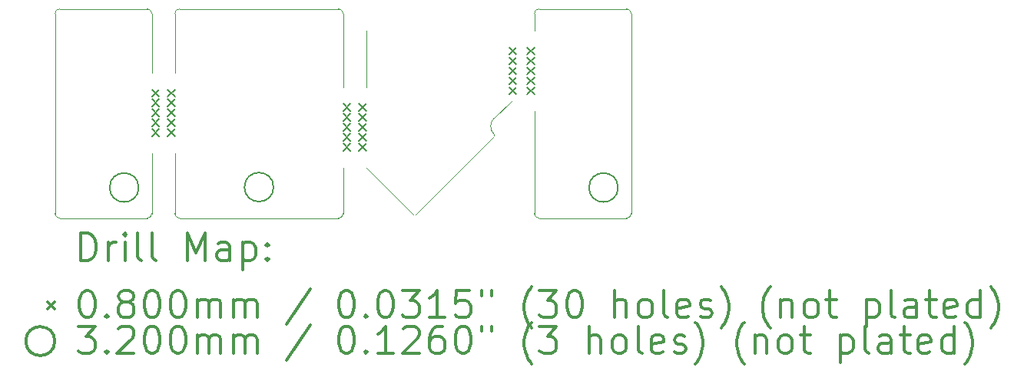
<source format=gbr>
%FSLAX45Y45*%
G04 Gerber Fmt 4.5, Leading zero omitted, Abs format (unit mm)*
G04 Created by KiCad (PCBNEW 5.1.12-84ad8e8a86~92~ubuntu16.04.1) date 2022-12-06 17:39:42*
%MOMM*%
%LPD*%
G01*
G04 APERTURE LIST*
%TA.AperFunction,Profile*%
%ADD10C,0.050000*%
%TD*%
%ADD11C,0.200000*%
%ADD12C,0.300000*%
G04 APERTURE END LIST*
D10*
X8953500Y-5735320D02*
X9918700Y-5735320D01*
X10274300Y-5735320D02*
X12026900Y-5735320D01*
X12077700Y-7487920D02*
X12077700Y-7995920D01*
X8902700Y-7995920D02*
X8902700Y-5786120D01*
X9969500Y-5786120D02*
X9969500Y-6438900D01*
X9969500Y-7327900D02*
X9969500Y-7995920D01*
X10223500Y-7327900D02*
X10223500Y-7995920D01*
X10274300Y-8046720D02*
X12026900Y-8046720D01*
X10223500Y-6438900D02*
X10223500Y-5786120D01*
X12077700Y-5786120D02*
X12077700Y-6598920D01*
X12331700Y-5976620D02*
X12331700Y-6598920D01*
X8953500Y-8046720D02*
X9918700Y-8046720D01*
X14185900Y-5976620D02*
X14185900Y-5786120D01*
X14236700Y-5735320D02*
X15201900Y-5735320D01*
X15252700Y-5786120D02*
X15252700Y-7995920D01*
X14185900Y-6865620D02*
X14185900Y-7995920D01*
X15189200Y-8046720D02*
X15201900Y-8046720D01*
X15189200Y-8046720D02*
X14236700Y-8046720D01*
X8953500Y-8046720D02*
G75*
G02*
X8902700Y-7995920I0J50800D01*
G01*
X8902700Y-5786120D02*
G75*
G02*
X8953500Y-5735320I50800J0D01*
G01*
X9918700Y-5735320D02*
G75*
G02*
X9969500Y-5786120I0J-50800D01*
G01*
X9969500Y-7995920D02*
G75*
G02*
X9918700Y-8046720I-50800J0D01*
G01*
X10274300Y-8046720D02*
G75*
G02*
X10223500Y-7995920I0J50800D01*
G01*
X10223500Y-5786120D02*
G75*
G02*
X10274300Y-5735320I50800J0D01*
G01*
X12026900Y-5735320D02*
G75*
G02*
X12077700Y-5786120I0J-50800D01*
G01*
X12077700Y-7995920D02*
G75*
G02*
X12026900Y-8046720I-50800J0D01*
G01*
X14185900Y-5786120D02*
G75*
G02*
X14236700Y-5735320I50800J0D01*
G01*
X15201900Y-5735320D02*
G75*
G02*
X15252700Y-5786120I0J-50800D01*
G01*
X14236700Y-8046720D02*
G75*
G02*
X14185900Y-7995920I0J50800D01*
G01*
X15252700Y-7995920D02*
G75*
G02*
X15201900Y-8046720I-50800J0D01*
G01*
X12877800Y-8008620D02*
X13741400Y-7145020D01*
X12331700Y-7487920D02*
X12852400Y-8008620D01*
X13931900Y-6751320D02*
X13741400Y-6941820D01*
X13741400Y-7119620D02*
G75*
G02*
X13741400Y-6941820I88900J88900D01*
G01*
X12877800Y-8008620D02*
G75*
G02*
X12852400Y-8008620I-12700J12700D01*
G01*
X13741400Y-7119620D02*
G75*
G02*
X13741400Y-7145020I-12700J-12700D01*
G01*
D11*
X9969500Y-6623400D02*
X10049500Y-6703400D01*
X10049500Y-6623400D02*
X9969500Y-6703400D01*
X9969500Y-6733400D02*
X10049500Y-6813400D01*
X10049500Y-6733400D02*
X9969500Y-6813400D01*
X9969500Y-6843400D02*
X10049500Y-6923400D01*
X10049500Y-6843400D02*
X9969500Y-6923400D01*
X9969500Y-6953400D02*
X10049500Y-7033400D01*
X10049500Y-6953400D02*
X9969500Y-7033400D01*
X9969500Y-7063400D02*
X10049500Y-7143400D01*
X10049500Y-7063400D02*
X9969500Y-7143400D01*
X10143500Y-6623400D02*
X10223500Y-6703400D01*
X10223500Y-6623400D02*
X10143500Y-6703400D01*
X10143500Y-6733400D02*
X10223500Y-6813400D01*
X10223500Y-6733400D02*
X10143500Y-6813400D01*
X10143500Y-6843400D02*
X10223500Y-6923400D01*
X10223500Y-6843400D02*
X10143500Y-6923400D01*
X10143500Y-6953400D02*
X10223500Y-7033400D01*
X10223500Y-6953400D02*
X10143500Y-7033400D01*
X10143500Y-7063400D02*
X10223500Y-7143400D01*
X10223500Y-7063400D02*
X10143500Y-7143400D01*
X12077700Y-6782920D02*
X12157700Y-6862920D01*
X12157700Y-6782920D02*
X12077700Y-6862920D01*
X12077700Y-6892920D02*
X12157700Y-6972920D01*
X12157700Y-6892920D02*
X12077700Y-6972920D01*
X12077700Y-7002920D02*
X12157700Y-7082920D01*
X12157700Y-7002920D02*
X12077700Y-7082920D01*
X12077700Y-7112920D02*
X12157700Y-7192920D01*
X12157700Y-7112920D02*
X12077700Y-7192920D01*
X12077700Y-7222920D02*
X12157700Y-7302920D01*
X12157700Y-7222920D02*
X12077700Y-7302920D01*
X12251700Y-6782920D02*
X12331700Y-6862920D01*
X12331700Y-6782920D02*
X12251700Y-6862920D01*
X12251700Y-6892920D02*
X12331700Y-6972920D01*
X12331700Y-6892920D02*
X12251700Y-6972920D01*
X12251700Y-7002920D02*
X12331700Y-7082920D01*
X12331700Y-7002920D02*
X12251700Y-7082920D01*
X12251700Y-7112920D02*
X12331700Y-7192920D01*
X12331700Y-7112920D02*
X12251700Y-7192920D01*
X12251700Y-7222920D02*
X12331700Y-7302920D01*
X12331700Y-7222920D02*
X12251700Y-7302920D01*
X13906500Y-6160920D02*
X13986500Y-6240920D01*
X13986500Y-6160920D02*
X13906500Y-6240920D01*
X13906500Y-6270920D02*
X13986500Y-6350920D01*
X13986500Y-6270920D02*
X13906500Y-6350920D01*
X13906500Y-6380920D02*
X13986500Y-6460920D01*
X13986500Y-6380920D02*
X13906500Y-6460920D01*
X13906500Y-6490920D02*
X13986500Y-6570920D01*
X13986500Y-6490920D02*
X13906500Y-6570920D01*
X13906500Y-6600920D02*
X13986500Y-6680920D01*
X13986500Y-6600920D02*
X13906500Y-6680920D01*
X14105900Y-6160920D02*
X14185900Y-6240920D01*
X14185900Y-6160920D02*
X14105900Y-6240920D01*
X14105900Y-6270920D02*
X14185900Y-6350920D01*
X14185900Y-6270920D02*
X14105900Y-6350920D01*
X14105900Y-6380920D02*
X14185900Y-6460920D01*
X14185900Y-6380920D02*
X14105900Y-6460920D01*
X14105900Y-6490920D02*
X14185900Y-6570920D01*
X14185900Y-6490920D02*
X14105900Y-6570920D01*
X14105900Y-6600920D02*
X14185900Y-6680920D01*
X14185900Y-6600920D02*
X14105900Y-6680920D01*
X9824700Y-7708320D02*
G75*
G03*
X9824700Y-7708320I-160000J0D01*
G01*
X11310600Y-7703820D02*
G75*
G03*
X11310600Y-7703820I-160000J0D01*
G01*
X15107900Y-7708320D02*
G75*
G03*
X15107900Y-7708320I-160000J0D01*
G01*
D12*
X9186628Y-8514934D02*
X9186628Y-8214934D01*
X9258057Y-8214934D01*
X9300914Y-8229220D01*
X9329486Y-8257791D01*
X9343771Y-8286363D01*
X9358057Y-8343506D01*
X9358057Y-8386363D01*
X9343771Y-8443506D01*
X9329486Y-8472077D01*
X9300914Y-8500649D01*
X9258057Y-8514934D01*
X9186628Y-8514934D01*
X9486628Y-8514934D02*
X9486628Y-8314934D01*
X9486628Y-8372077D02*
X9500914Y-8343506D01*
X9515200Y-8329220D01*
X9543771Y-8314934D01*
X9572343Y-8314934D01*
X9672343Y-8514934D02*
X9672343Y-8314934D01*
X9672343Y-8214934D02*
X9658057Y-8229220D01*
X9672343Y-8243506D01*
X9686628Y-8229220D01*
X9672343Y-8214934D01*
X9672343Y-8243506D01*
X9858057Y-8514934D02*
X9829486Y-8500649D01*
X9815200Y-8472077D01*
X9815200Y-8214934D01*
X10015200Y-8514934D02*
X9986628Y-8500649D01*
X9972343Y-8472077D01*
X9972343Y-8214934D01*
X10358057Y-8514934D02*
X10358057Y-8214934D01*
X10458057Y-8429220D01*
X10558057Y-8214934D01*
X10558057Y-8514934D01*
X10829486Y-8514934D02*
X10829486Y-8357791D01*
X10815200Y-8329220D01*
X10786628Y-8314934D01*
X10729486Y-8314934D01*
X10700914Y-8329220D01*
X10829486Y-8500649D02*
X10800914Y-8514934D01*
X10729486Y-8514934D01*
X10700914Y-8500649D01*
X10686628Y-8472077D01*
X10686628Y-8443506D01*
X10700914Y-8414934D01*
X10729486Y-8400649D01*
X10800914Y-8400649D01*
X10829486Y-8386363D01*
X10972343Y-8314934D02*
X10972343Y-8614934D01*
X10972343Y-8329220D02*
X11000914Y-8314934D01*
X11058057Y-8314934D01*
X11086628Y-8329220D01*
X11100914Y-8343506D01*
X11115200Y-8372077D01*
X11115200Y-8457792D01*
X11100914Y-8486363D01*
X11086628Y-8500649D01*
X11058057Y-8514934D01*
X11000914Y-8514934D01*
X10972343Y-8500649D01*
X11243771Y-8486363D02*
X11258057Y-8500649D01*
X11243771Y-8514934D01*
X11229486Y-8500649D01*
X11243771Y-8486363D01*
X11243771Y-8514934D01*
X11243771Y-8329220D02*
X11258057Y-8343506D01*
X11243771Y-8357791D01*
X11229486Y-8343506D01*
X11243771Y-8329220D01*
X11243771Y-8357791D01*
X8820200Y-8969220D02*
X8900200Y-9049220D01*
X8900200Y-8969220D02*
X8820200Y-9049220D01*
X9243771Y-8844934D02*
X9272343Y-8844934D01*
X9300914Y-8859220D01*
X9315200Y-8873506D01*
X9329486Y-8902077D01*
X9343771Y-8959220D01*
X9343771Y-9030649D01*
X9329486Y-9087792D01*
X9315200Y-9116363D01*
X9300914Y-9130649D01*
X9272343Y-9144934D01*
X9243771Y-9144934D01*
X9215200Y-9130649D01*
X9200914Y-9116363D01*
X9186628Y-9087792D01*
X9172343Y-9030649D01*
X9172343Y-8959220D01*
X9186628Y-8902077D01*
X9200914Y-8873506D01*
X9215200Y-8859220D01*
X9243771Y-8844934D01*
X9472343Y-9116363D02*
X9486628Y-9130649D01*
X9472343Y-9144934D01*
X9458057Y-9130649D01*
X9472343Y-9116363D01*
X9472343Y-9144934D01*
X9658057Y-8973506D02*
X9629486Y-8959220D01*
X9615200Y-8944934D01*
X9600914Y-8916363D01*
X9600914Y-8902077D01*
X9615200Y-8873506D01*
X9629486Y-8859220D01*
X9658057Y-8844934D01*
X9715200Y-8844934D01*
X9743771Y-8859220D01*
X9758057Y-8873506D01*
X9772343Y-8902077D01*
X9772343Y-8916363D01*
X9758057Y-8944934D01*
X9743771Y-8959220D01*
X9715200Y-8973506D01*
X9658057Y-8973506D01*
X9629486Y-8987792D01*
X9615200Y-9002077D01*
X9600914Y-9030649D01*
X9600914Y-9087792D01*
X9615200Y-9116363D01*
X9629486Y-9130649D01*
X9658057Y-9144934D01*
X9715200Y-9144934D01*
X9743771Y-9130649D01*
X9758057Y-9116363D01*
X9772343Y-9087792D01*
X9772343Y-9030649D01*
X9758057Y-9002077D01*
X9743771Y-8987792D01*
X9715200Y-8973506D01*
X9958057Y-8844934D02*
X9986628Y-8844934D01*
X10015200Y-8859220D01*
X10029486Y-8873506D01*
X10043771Y-8902077D01*
X10058057Y-8959220D01*
X10058057Y-9030649D01*
X10043771Y-9087792D01*
X10029486Y-9116363D01*
X10015200Y-9130649D01*
X9986628Y-9144934D01*
X9958057Y-9144934D01*
X9929486Y-9130649D01*
X9915200Y-9116363D01*
X9900914Y-9087792D01*
X9886628Y-9030649D01*
X9886628Y-8959220D01*
X9900914Y-8902077D01*
X9915200Y-8873506D01*
X9929486Y-8859220D01*
X9958057Y-8844934D01*
X10243771Y-8844934D02*
X10272343Y-8844934D01*
X10300914Y-8859220D01*
X10315200Y-8873506D01*
X10329486Y-8902077D01*
X10343771Y-8959220D01*
X10343771Y-9030649D01*
X10329486Y-9087792D01*
X10315200Y-9116363D01*
X10300914Y-9130649D01*
X10272343Y-9144934D01*
X10243771Y-9144934D01*
X10215200Y-9130649D01*
X10200914Y-9116363D01*
X10186628Y-9087792D01*
X10172343Y-9030649D01*
X10172343Y-8959220D01*
X10186628Y-8902077D01*
X10200914Y-8873506D01*
X10215200Y-8859220D01*
X10243771Y-8844934D01*
X10472343Y-9144934D02*
X10472343Y-8944934D01*
X10472343Y-8973506D02*
X10486628Y-8959220D01*
X10515200Y-8944934D01*
X10558057Y-8944934D01*
X10586628Y-8959220D01*
X10600914Y-8987792D01*
X10600914Y-9144934D01*
X10600914Y-8987792D02*
X10615200Y-8959220D01*
X10643771Y-8944934D01*
X10686628Y-8944934D01*
X10715200Y-8959220D01*
X10729486Y-8987792D01*
X10729486Y-9144934D01*
X10872343Y-9144934D02*
X10872343Y-8944934D01*
X10872343Y-8973506D02*
X10886628Y-8959220D01*
X10915200Y-8944934D01*
X10958057Y-8944934D01*
X10986628Y-8959220D01*
X11000914Y-8987792D01*
X11000914Y-9144934D01*
X11000914Y-8987792D02*
X11015200Y-8959220D01*
X11043771Y-8944934D01*
X11086628Y-8944934D01*
X11115200Y-8959220D01*
X11129486Y-8987792D01*
X11129486Y-9144934D01*
X11715200Y-8830649D02*
X11458057Y-9216363D01*
X12100914Y-8844934D02*
X12129486Y-8844934D01*
X12158057Y-8859220D01*
X12172343Y-8873506D01*
X12186628Y-8902077D01*
X12200914Y-8959220D01*
X12200914Y-9030649D01*
X12186628Y-9087792D01*
X12172343Y-9116363D01*
X12158057Y-9130649D01*
X12129486Y-9144934D01*
X12100914Y-9144934D01*
X12072343Y-9130649D01*
X12058057Y-9116363D01*
X12043771Y-9087792D01*
X12029486Y-9030649D01*
X12029486Y-8959220D01*
X12043771Y-8902077D01*
X12058057Y-8873506D01*
X12072343Y-8859220D01*
X12100914Y-8844934D01*
X12329486Y-9116363D02*
X12343771Y-9130649D01*
X12329486Y-9144934D01*
X12315200Y-9130649D01*
X12329486Y-9116363D01*
X12329486Y-9144934D01*
X12529486Y-8844934D02*
X12558057Y-8844934D01*
X12586628Y-8859220D01*
X12600914Y-8873506D01*
X12615200Y-8902077D01*
X12629486Y-8959220D01*
X12629486Y-9030649D01*
X12615200Y-9087792D01*
X12600914Y-9116363D01*
X12586628Y-9130649D01*
X12558057Y-9144934D01*
X12529486Y-9144934D01*
X12500914Y-9130649D01*
X12486628Y-9116363D01*
X12472343Y-9087792D01*
X12458057Y-9030649D01*
X12458057Y-8959220D01*
X12472343Y-8902077D01*
X12486628Y-8873506D01*
X12500914Y-8859220D01*
X12529486Y-8844934D01*
X12729486Y-8844934D02*
X12915200Y-8844934D01*
X12815200Y-8959220D01*
X12858057Y-8959220D01*
X12886628Y-8973506D01*
X12900914Y-8987792D01*
X12915200Y-9016363D01*
X12915200Y-9087792D01*
X12900914Y-9116363D01*
X12886628Y-9130649D01*
X12858057Y-9144934D01*
X12772343Y-9144934D01*
X12743771Y-9130649D01*
X12729486Y-9116363D01*
X13200914Y-9144934D02*
X13029486Y-9144934D01*
X13115200Y-9144934D02*
X13115200Y-8844934D01*
X13086628Y-8887792D01*
X13058057Y-8916363D01*
X13029486Y-8930649D01*
X13472343Y-8844934D02*
X13329486Y-8844934D01*
X13315200Y-8987792D01*
X13329486Y-8973506D01*
X13358057Y-8959220D01*
X13429486Y-8959220D01*
X13458057Y-8973506D01*
X13472343Y-8987792D01*
X13486628Y-9016363D01*
X13486628Y-9087792D01*
X13472343Y-9116363D01*
X13458057Y-9130649D01*
X13429486Y-9144934D01*
X13358057Y-9144934D01*
X13329486Y-9130649D01*
X13315200Y-9116363D01*
X13600914Y-8844934D02*
X13600914Y-8902077D01*
X13715200Y-8844934D02*
X13715200Y-8902077D01*
X14158057Y-9259220D02*
X14143771Y-9244934D01*
X14115200Y-9202077D01*
X14100914Y-9173506D01*
X14086628Y-9130649D01*
X14072343Y-9059220D01*
X14072343Y-9002077D01*
X14086628Y-8930649D01*
X14100914Y-8887792D01*
X14115200Y-8859220D01*
X14143771Y-8816363D01*
X14158057Y-8802077D01*
X14243771Y-8844934D02*
X14429486Y-8844934D01*
X14329486Y-8959220D01*
X14372343Y-8959220D01*
X14400914Y-8973506D01*
X14415200Y-8987792D01*
X14429486Y-9016363D01*
X14429486Y-9087792D01*
X14415200Y-9116363D01*
X14400914Y-9130649D01*
X14372343Y-9144934D01*
X14286628Y-9144934D01*
X14258057Y-9130649D01*
X14243771Y-9116363D01*
X14615200Y-8844934D02*
X14643771Y-8844934D01*
X14672343Y-8859220D01*
X14686628Y-8873506D01*
X14700914Y-8902077D01*
X14715200Y-8959220D01*
X14715200Y-9030649D01*
X14700914Y-9087792D01*
X14686628Y-9116363D01*
X14672343Y-9130649D01*
X14643771Y-9144934D01*
X14615200Y-9144934D01*
X14586628Y-9130649D01*
X14572343Y-9116363D01*
X14558057Y-9087792D01*
X14543771Y-9030649D01*
X14543771Y-8959220D01*
X14558057Y-8902077D01*
X14572343Y-8873506D01*
X14586628Y-8859220D01*
X14615200Y-8844934D01*
X15072343Y-9144934D02*
X15072343Y-8844934D01*
X15200914Y-9144934D02*
X15200914Y-8987792D01*
X15186628Y-8959220D01*
X15158057Y-8944934D01*
X15115200Y-8944934D01*
X15086628Y-8959220D01*
X15072343Y-8973506D01*
X15386628Y-9144934D02*
X15358057Y-9130649D01*
X15343771Y-9116363D01*
X15329486Y-9087792D01*
X15329486Y-9002077D01*
X15343771Y-8973506D01*
X15358057Y-8959220D01*
X15386628Y-8944934D01*
X15429486Y-8944934D01*
X15458057Y-8959220D01*
X15472343Y-8973506D01*
X15486628Y-9002077D01*
X15486628Y-9087792D01*
X15472343Y-9116363D01*
X15458057Y-9130649D01*
X15429486Y-9144934D01*
X15386628Y-9144934D01*
X15658057Y-9144934D02*
X15629486Y-9130649D01*
X15615200Y-9102077D01*
X15615200Y-8844934D01*
X15886628Y-9130649D02*
X15858057Y-9144934D01*
X15800914Y-9144934D01*
X15772343Y-9130649D01*
X15758057Y-9102077D01*
X15758057Y-8987792D01*
X15772343Y-8959220D01*
X15800914Y-8944934D01*
X15858057Y-8944934D01*
X15886628Y-8959220D01*
X15900914Y-8987792D01*
X15900914Y-9016363D01*
X15758057Y-9044934D01*
X16015200Y-9130649D02*
X16043771Y-9144934D01*
X16100914Y-9144934D01*
X16129486Y-9130649D01*
X16143771Y-9102077D01*
X16143771Y-9087792D01*
X16129486Y-9059220D01*
X16100914Y-9044934D01*
X16058057Y-9044934D01*
X16029486Y-9030649D01*
X16015200Y-9002077D01*
X16015200Y-8987792D01*
X16029486Y-8959220D01*
X16058057Y-8944934D01*
X16100914Y-8944934D01*
X16129486Y-8959220D01*
X16243771Y-9259220D02*
X16258057Y-9244934D01*
X16286628Y-9202077D01*
X16300914Y-9173506D01*
X16315200Y-9130649D01*
X16329486Y-9059220D01*
X16329486Y-9002077D01*
X16315200Y-8930649D01*
X16300914Y-8887792D01*
X16286628Y-8859220D01*
X16258057Y-8816363D01*
X16243771Y-8802077D01*
X16786628Y-9259220D02*
X16772343Y-9244934D01*
X16743771Y-9202077D01*
X16729486Y-9173506D01*
X16715200Y-9130649D01*
X16700914Y-9059220D01*
X16700914Y-9002077D01*
X16715200Y-8930649D01*
X16729486Y-8887792D01*
X16743771Y-8859220D01*
X16772343Y-8816363D01*
X16786628Y-8802077D01*
X16900914Y-8944934D02*
X16900914Y-9144934D01*
X16900914Y-8973506D02*
X16915200Y-8959220D01*
X16943771Y-8944934D01*
X16986628Y-8944934D01*
X17015200Y-8959220D01*
X17029486Y-8987792D01*
X17029486Y-9144934D01*
X17215200Y-9144934D02*
X17186628Y-9130649D01*
X17172343Y-9116363D01*
X17158057Y-9087792D01*
X17158057Y-9002077D01*
X17172343Y-8973506D01*
X17186628Y-8959220D01*
X17215200Y-8944934D01*
X17258057Y-8944934D01*
X17286628Y-8959220D01*
X17300914Y-8973506D01*
X17315200Y-9002077D01*
X17315200Y-9087792D01*
X17300914Y-9116363D01*
X17286628Y-9130649D01*
X17258057Y-9144934D01*
X17215200Y-9144934D01*
X17400914Y-8944934D02*
X17515200Y-8944934D01*
X17443771Y-8844934D02*
X17443771Y-9102077D01*
X17458057Y-9130649D01*
X17486628Y-9144934D01*
X17515200Y-9144934D01*
X17843771Y-8944934D02*
X17843771Y-9244934D01*
X17843771Y-8959220D02*
X17872343Y-8944934D01*
X17929486Y-8944934D01*
X17958057Y-8959220D01*
X17972343Y-8973506D01*
X17986628Y-9002077D01*
X17986628Y-9087792D01*
X17972343Y-9116363D01*
X17958057Y-9130649D01*
X17929486Y-9144934D01*
X17872343Y-9144934D01*
X17843771Y-9130649D01*
X18158057Y-9144934D02*
X18129486Y-9130649D01*
X18115200Y-9102077D01*
X18115200Y-8844934D01*
X18400914Y-9144934D02*
X18400914Y-8987792D01*
X18386628Y-8959220D01*
X18358057Y-8944934D01*
X18300914Y-8944934D01*
X18272343Y-8959220D01*
X18400914Y-9130649D02*
X18372343Y-9144934D01*
X18300914Y-9144934D01*
X18272343Y-9130649D01*
X18258057Y-9102077D01*
X18258057Y-9073506D01*
X18272343Y-9044934D01*
X18300914Y-9030649D01*
X18372343Y-9030649D01*
X18400914Y-9016363D01*
X18500914Y-8944934D02*
X18615200Y-8944934D01*
X18543771Y-8844934D02*
X18543771Y-9102077D01*
X18558057Y-9130649D01*
X18586628Y-9144934D01*
X18615200Y-9144934D01*
X18829486Y-9130649D02*
X18800914Y-9144934D01*
X18743771Y-9144934D01*
X18715200Y-9130649D01*
X18700914Y-9102077D01*
X18700914Y-8987792D01*
X18715200Y-8959220D01*
X18743771Y-8944934D01*
X18800914Y-8944934D01*
X18829486Y-8959220D01*
X18843771Y-8987792D01*
X18843771Y-9016363D01*
X18700914Y-9044934D01*
X19100914Y-9144934D02*
X19100914Y-8844934D01*
X19100914Y-9130649D02*
X19072343Y-9144934D01*
X19015200Y-9144934D01*
X18986628Y-9130649D01*
X18972343Y-9116363D01*
X18958057Y-9087792D01*
X18958057Y-9002077D01*
X18972343Y-8973506D01*
X18986628Y-8959220D01*
X19015200Y-8944934D01*
X19072343Y-8944934D01*
X19100914Y-8959220D01*
X19215200Y-9259220D02*
X19229486Y-9244934D01*
X19258057Y-9202077D01*
X19272343Y-9173506D01*
X19286628Y-9130649D01*
X19300914Y-9059220D01*
X19300914Y-9002077D01*
X19286628Y-8930649D01*
X19272343Y-8887792D01*
X19258057Y-8859220D01*
X19229486Y-8816363D01*
X19215200Y-8802077D01*
X8900200Y-9405220D02*
G75*
G03*
X8900200Y-9405220I-160000J0D01*
G01*
X9158057Y-9240934D02*
X9343771Y-9240934D01*
X9243771Y-9355220D01*
X9286628Y-9355220D01*
X9315200Y-9369506D01*
X9329486Y-9383792D01*
X9343771Y-9412363D01*
X9343771Y-9483792D01*
X9329486Y-9512363D01*
X9315200Y-9526649D01*
X9286628Y-9540934D01*
X9200914Y-9540934D01*
X9172343Y-9526649D01*
X9158057Y-9512363D01*
X9472343Y-9512363D02*
X9486628Y-9526649D01*
X9472343Y-9540934D01*
X9458057Y-9526649D01*
X9472343Y-9512363D01*
X9472343Y-9540934D01*
X9600914Y-9269506D02*
X9615200Y-9255220D01*
X9643771Y-9240934D01*
X9715200Y-9240934D01*
X9743771Y-9255220D01*
X9758057Y-9269506D01*
X9772343Y-9298077D01*
X9772343Y-9326649D01*
X9758057Y-9369506D01*
X9586628Y-9540934D01*
X9772343Y-9540934D01*
X9958057Y-9240934D02*
X9986628Y-9240934D01*
X10015200Y-9255220D01*
X10029486Y-9269506D01*
X10043771Y-9298077D01*
X10058057Y-9355220D01*
X10058057Y-9426649D01*
X10043771Y-9483792D01*
X10029486Y-9512363D01*
X10015200Y-9526649D01*
X9986628Y-9540934D01*
X9958057Y-9540934D01*
X9929486Y-9526649D01*
X9915200Y-9512363D01*
X9900914Y-9483792D01*
X9886628Y-9426649D01*
X9886628Y-9355220D01*
X9900914Y-9298077D01*
X9915200Y-9269506D01*
X9929486Y-9255220D01*
X9958057Y-9240934D01*
X10243771Y-9240934D02*
X10272343Y-9240934D01*
X10300914Y-9255220D01*
X10315200Y-9269506D01*
X10329486Y-9298077D01*
X10343771Y-9355220D01*
X10343771Y-9426649D01*
X10329486Y-9483792D01*
X10315200Y-9512363D01*
X10300914Y-9526649D01*
X10272343Y-9540934D01*
X10243771Y-9540934D01*
X10215200Y-9526649D01*
X10200914Y-9512363D01*
X10186628Y-9483792D01*
X10172343Y-9426649D01*
X10172343Y-9355220D01*
X10186628Y-9298077D01*
X10200914Y-9269506D01*
X10215200Y-9255220D01*
X10243771Y-9240934D01*
X10472343Y-9540934D02*
X10472343Y-9340934D01*
X10472343Y-9369506D02*
X10486628Y-9355220D01*
X10515200Y-9340934D01*
X10558057Y-9340934D01*
X10586628Y-9355220D01*
X10600914Y-9383792D01*
X10600914Y-9540934D01*
X10600914Y-9383792D02*
X10615200Y-9355220D01*
X10643771Y-9340934D01*
X10686628Y-9340934D01*
X10715200Y-9355220D01*
X10729486Y-9383792D01*
X10729486Y-9540934D01*
X10872343Y-9540934D02*
X10872343Y-9340934D01*
X10872343Y-9369506D02*
X10886628Y-9355220D01*
X10915200Y-9340934D01*
X10958057Y-9340934D01*
X10986628Y-9355220D01*
X11000914Y-9383792D01*
X11000914Y-9540934D01*
X11000914Y-9383792D02*
X11015200Y-9355220D01*
X11043771Y-9340934D01*
X11086628Y-9340934D01*
X11115200Y-9355220D01*
X11129486Y-9383792D01*
X11129486Y-9540934D01*
X11715200Y-9226649D02*
X11458057Y-9612363D01*
X12100914Y-9240934D02*
X12129486Y-9240934D01*
X12158057Y-9255220D01*
X12172343Y-9269506D01*
X12186628Y-9298077D01*
X12200914Y-9355220D01*
X12200914Y-9426649D01*
X12186628Y-9483792D01*
X12172343Y-9512363D01*
X12158057Y-9526649D01*
X12129486Y-9540934D01*
X12100914Y-9540934D01*
X12072343Y-9526649D01*
X12058057Y-9512363D01*
X12043771Y-9483792D01*
X12029486Y-9426649D01*
X12029486Y-9355220D01*
X12043771Y-9298077D01*
X12058057Y-9269506D01*
X12072343Y-9255220D01*
X12100914Y-9240934D01*
X12329486Y-9512363D02*
X12343771Y-9526649D01*
X12329486Y-9540934D01*
X12315200Y-9526649D01*
X12329486Y-9512363D01*
X12329486Y-9540934D01*
X12629486Y-9540934D02*
X12458057Y-9540934D01*
X12543771Y-9540934D02*
X12543771Y-9240934D01*
X12515200Y-9283792D01*
X12486628Y-9312363D01*
X12458057Y-9326649D01*
X12743771Y-9269506D02*
X12758057Y-9255220D01*
X12786628Y-9240934D01*
X12858057Y-9240934D01*
X12886628Y-9255220D01*
X12900914Y-9269506D01*
X12915200Y-9298077D01*
X12915200Y-9326649D01*
X12900914Y-9369506D01*
X12729486Y-9540934D01*
X12915200Y-9540934D01*
X13172343Y-9240934D02*
X13115200Y-9240934D01*
X13086628Y-9255220D01*
X13072343Y-9269506D01*
X13043771Y-9312363D01*
X13029486Y-9369506D01*
X13029486Y-9483792D01*
X13043771Y-9512363D01*
X13058057Y-9526649D01*
X13086628Y-9540934D01*
X13143771Y-9540934D01*
X13172343Y-9526649D01*
X13186628Y-9512363D01*
X13200914Y-9483792D01*
X13200914Y-9412363D01*
X13186628Y-9383792D01*
X13172343Y-9369506D01*
X13143771Y-9355220D01*
X13086628Y-9355220D01*
X13058057Y-9369506D01*
X13043771Y-9383792D01*
X13029486Y-9412363D01*
X13386628Y-9240934D02*
X13415200Y-9240934D01*
X13443771Y-9255220D01*
X13458057Y-9269506D01*
X13472343Y-9298077D01*
X13486628Y-9355220D01*
X13486628Y-9426649D01*
X13472343Y-9483792D01*
X13458057Y-9512363D01*
X13443771Y-9526649D01*
X13415200Y-9540934D01*
X13386628Y-9540934D01*
X13358057Y-9526649D01*
X13343771Y-9512363D01*
X13329486Y-9483792D01*
X13315200Y-9426649D01*
X13315200Y-9355220D01*
X13329486Y-9298077D01*
X13343771Y-9269506D01*
X13358057Y-9255220D01*
X13386628Y-9240934D01*
X13600914Y-9240934D02*
X13600914Y-9298077D01*
X13715200Y-9240934D02*
X13715200Y-9298077D01*
X14158057Y-9655220D02*
X14143771Y-9640934D01*
X14115200Y-9598077D01*
X14100914Y-9569506D01*
X14086628Y-9526649D01*
X14072343Y-9455220D01*
X14072343Y-9398077D01*
X14086628Y-9326649D01*
X14100914Y-9283792D01*
X14115200Y-9255220D01*
X14143771Y-9212363D01*
X14158057Y-9198077D01*
X14243771Y-9240934D02*
X14429486Y-9240934D01*
X14329486Y-9355220D01*
X14372343Y-9355220D01*
X14400914Y-9369506D01*
X14415200Y-9383792D01*
X14429486Y-9412363D01*
X14429486Y-9483792D01*
X14415200Y-9512363D01*
X14400914Y-9526649D01*
X14372343Y-9540934D01*
X14286628Y-9540934D01*
X14258057Y-9526649D01*
X14243771Y-9512363D01*
X14786628Y-9540934D02*
X14786628Y-9240934D01*
X14915200Y-9540934D02*
X14915200Y-9383792D01*
X14900914Y-9355220D01*
X14872343Y-9340934D01*
X14829486Y-9340934D01*
X14800914Y-9355220D01*
X14786628Y-9369506D01*
X15100914Y-9540934D02*
X15072343Y-9526649D01*
X15058057Y-9512363D01*
X15043771Y-9483792D01*
X15043771Y-9398077D01*
X15058057Y-9369506D01*
X15072343Y-9355220D01*
X15100914Y-9340934D01*
X15143771Y-9340934D01*
X15172343Y-9355220D01*
X15186628Y-9369506D01*
X15200914Y-9398077D01*
X15200914Y-9483792D01*
X15186628Y-9512363D01*
X15172343Y-9526649D01*
X15143771Y-9540934D01*
X15100914Y-9540934D01*
X15372343Y-9540934D02*
X15343771Y-9526649D01*
X15329486Y-9498077D01*
X15329486Y-9240934D01*
X15600914Y-9526649D02*
X15572343Y-9540934D01*
X15515200Y-9540934D01*
X15486628Y-9526649D01*
X15472343Y-9498077D01*
X15472343Y-9383792D01*
X15486628Y-9355220D01*
X15515200Y-9340934D01*
X15572343Y-9340934D01*
X15600914Y-9355220D01*
X15615200Y-9383792D01*
X15615200Y-9412363D01*
X15472343Y-9440934D01*
X15729486Y-9526649D02*
X15758057Y-9540934D01*
X15815200Y-9540934D01*
X15843771Y-9526649D01*
X15858057Y-9498077D01*
X15858057Y-9483792D01*
X15843771Y-9455220D01*
X15815200Y-9440934D01*
X15772343Y-9440934D01*
X15743771Y-9426649D01*
X15729486Y-9398077D01*
X15729486Y-9383792D01*
X15743771Y-9355220D01*
X15772343Y-9340934D01*
X15815200Y-9340934D01*
X15843771Y-9355220D01*
X15958057Y-9655220D02*
X15972343Y-9640934D01*
X16000914Y-9598077D01*
X16015200Y-9569506D01*
X16029486Y-9526649D01*
X16043771Y-9455220D01*
X16043771Y-9398077D01*
X16029486Y-9326649D01*
X16015200Y-9283792D01*
X16000914Y-9255220D01*
X15972343Y-9212363D01*
X15958057Y-9198077D01*
X16500914Y-9655220D02*
X16486628Y-9640934D01*
X16458057Y-9598077D01*
X16443771Y-9569506D01*
X16429486Y-9526649D01*
X16415200Y-9455220D01*
X16415200Y-9398077D01*
X16429486Y-9326649D01*
X16443771Y-9283792D01*
X16458057Y-9255220D01*
X16486628Y-9212363D01*
X16500914Y-9198077D01*
X16615200Y-9340934D02*
X16615200Y-9540934D01*
X16615200Y-9369506D02*
X16629486Y-9355220D01*
X16658057Y-9340934D01*
X16700914Y-9340934D01*
X16729486Y-9355220D01*
X16743771Y-9383792D01*
X16743771Y-9540934D01*
X16929486Y-9540934D02*
X16900914Y-9526649D01*
X16886628Y-9512363D01*
X16872343Y-9483792D01*
X16872343Y-9398077D01*
X16886628Y-9369506D01*
X16900914Y-9355220D01*
X16929486Y-9340934D01*
X16972343Y-9340934D01*
X17000914Y-9355220D01*
X17015200Y-9369506D01*
X17029486Y-9398077D01*
X17029486Y-9483792D01*
X17015200Y-9512363D01*
X17000914Y-9526649D01*
X16972343Y-9540934D01*
X16929486Y-9540934D01*
X17115200Y-9340934D02*
X17229486Y-9340934D01*
X17158057Y-9240934D02*
X17158057Y-9498077D01*
X17172343Y-9526649D01*
X17200914Y-9540934D01*
X17229486Y-9540934D01*
X17558057Y-9340934D02*
X17558057Y-9640934D01*
X17558057Y-9355220D02*
X17586628Y-9340934D01*
X17643771Y-9340934D01*
X17672343Y-9355220D01*
X17686628Y-9369506D01*
X17700914Y-9398077D01*
X17700914Y-9483792D01*
X17686628Y-9512363D01*
X17672343Y-9526649D01*
X17643771Y-9540934D01*
X17586628Y-9540934D01*
X17558057Y-9526649D01*
X17872343Y-9540934D02*
X17843771Y-9526649D01*
X17829486Y-9498077D01*
X17829486Y-9240934D01*
X18115200Y-9540934D02*
X18115200Y-9383792D01*
X18100914Y-9355220D01*
X18072343Y-9340934D01*
X18015200Y-9340934D01*
X17986628Y-9355220D01*
X18115200Y-9526649D02*
X18086628Y-9540934D01*
X18015200Y-9540934D01*
X17986628Y-9526649D01*
X17972343Y-9498077D01*
X17972343Y-9469506D01*
X17986628Y-9440934D01*
X18015200Y-9426649D01*
X18086628Y-9426649D01*
X18115200Y-9412363D01*
X18215200Y-9340934D02*
X18329486Y-9340934D01*
X18258057Y-9240934D02*
X18258057Y-9498077D01*
X18272343Y-9526649D01*
X18300914Y-9540934D01*
X18329486Y-9540934D01*
X18543771Y-9526649D02*
X18515200Y-9540934D01*
X18458057Y-9540934D01*
X18429486Y-9526649D01*
X18415200Y-9498077D01*
X18415200Y-9383792D01*
X18429486Y-9355220D01*
X18458057Y-9340934D01*
X18515200Y-9340934D01*
X18543771Y-9355220D01*
X18558057Y-9383792D01*
X18558057Y-9412363D01*
X18415200Y-9440934D01*
X18815200Y-9540934D02*
X18815200Y-9240934D01*
X18815200Y-9526649D02*
X18786628Y-9540934D01*
X18729486Y-9540934D01*
X18700914Y-9526649D01*
X18686628Y-9512363D01*
X18672343Y-9483792D01*
X18672343Y-9398077D01*
X18686628Y-9369506D01*
X18700914Y-9355220D01*
X18729486Y-9340934D01*
X18786628Y-9340934D01*
X18815200Y-9355220D01*
X18929486Y-9655220D02*
X18943771Y-9640934D01*
X18972343Y-9598077D01*
X18986628Y-9569506D01*
X19000914Y-9526649D01*
X19015200Y-9455220D01*
X19015200Y-9398077D01*
X19000914Y-9326649D01*
X18986628Y-9283792D01*
X18972343Y-9255220D01*
X18943771Y-9212363D01*
X18929486Y-9198077D01*
M02*

</source>
